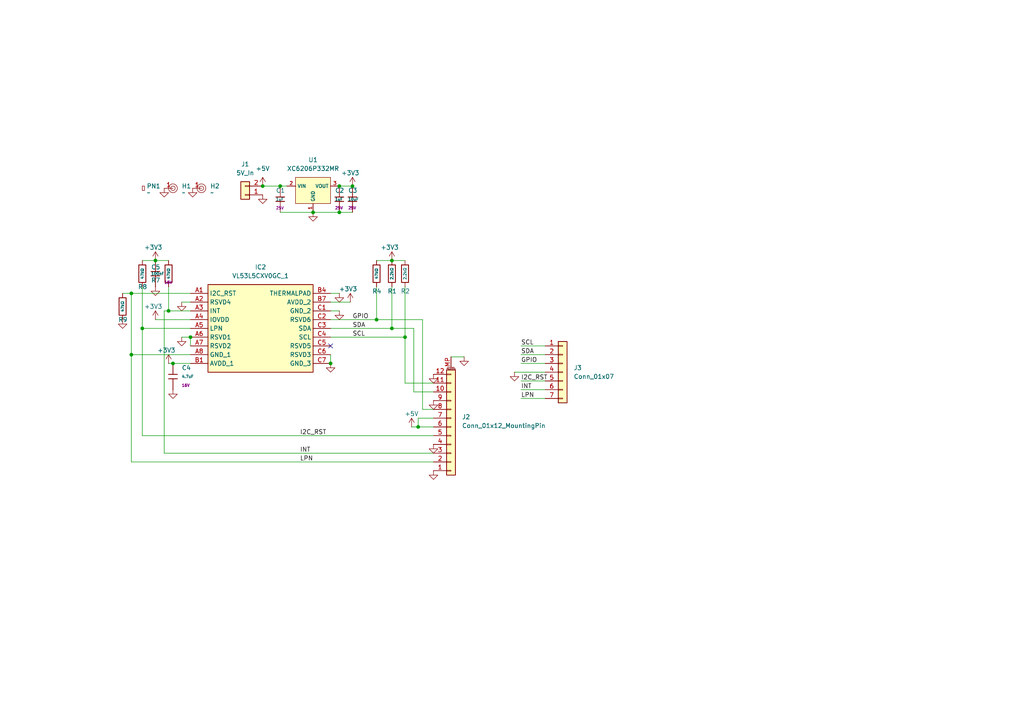
<source format=kicad_sch>
(kicad_sch (version 20250114) (generator "eeschema") (generator_version "9.0")
  (paper "A4")
  (lib_symbols
    (symbol "Connector_Generic:Conn_01x02" (pin_names (offset 1.016) (hide yes))
      (property "Reference" "J" (at 0 2.54 0))
      (property "Value" "Conn_01x02" (at 0 -5.08 0))
      (symbol "Conn_01x02_1_1"
        (rectangle (start -1.27 1.27) (end 1.27 -3.81) (stroke (width 0.254)) (fill (type background)))
        (rectangle (start -1.27 0.127) (end 0 -0.127) (stroke (width 0.1524)))
        (rectangle (start -1.27 -2.413) (end 0 -2.667) (stroke (width 0.1524)))
        (pin passive line (at -5.08 0 0) (length 3.81) (name "Pin_1") (number "1"))
        (pin passive line (at -5.08 -2.54 0) (length 3.81) (name "Pin_2") (number "2"))
      )
    )
    (symbol "Connector_Generic:Conn_01x07" (pin_names (offset 1.016) (hide yes))
      (property "Reference" "J" (at 0 10.16 0))
      (property "Value" "Conn_01x07" (at 0 -10.16 0))
      (symbol "Conn_01x07_1_1"
        (rectangle (start -1.27 8.89) (end 1.27 -8.89) (stroke (width 0.254)) (fill (type background)))
        (rectangle (start -1.27 7.747) (end 0 7.493) (stroke (width 0.1524)))
        (rectangle (start -1.27 5.207) (end 0 4.953) (stroke (width 0.1524)))
        (rectangle (start -1.27 2.667) (end 0 2.413) (stroke (width 0.1524)))
        (rectangle (start -1.27 0.127) (end 0 -0.127) (stroke (width 0.1524)))
        (rectangle (start -1.27 -2.413) (end 0 -2.667) (stroke (width 0.1524)))
        (rectangle (start -1.27 -4.953) (end 0 -5.207) (stroke (width 0.1524)))
        (rectangle (start -1.27 -7.493) (end 0 -7.747) (stroke (width 0.1524)))
        (pin passive line (at -5.08 7.62 0) (length 3.81) (name "Pin_1") (number "1"))
        (pin passive line (at -5.08 5.08 0) (length 3.81) (name "Pin_2") (number "2"))
        (pin passive line (at -5.08 2.54 0) (length 3.81) (name "Pin_3") (number "3"))
        (pin passive line (at -5.08 0 0) (length 3.81) (name "Pin_4") (number "4"))
        (pin passive line (at -5.08 -2.54 0) (length 3.81) (name "Pin_5") (number "5"))
        (pin passive line (at -5.08 -5.08 0) (length 3.81) (name "Pin_6") (number "6"))
        (pin passive line (at -5.08 -7.62 0) (length 3.81) (name "Pin_7") (number "7"))
      )
    )
    (symbol "Connector_Generic_MountingPin:Conn_01x12_MountingPin" (pin_names (offset 1.016) (hide yes))
      (property "Reference" "J" (at 0 15.24 0))
      (property "Value" "Conn_01x12_MountingPin" (at 1.27 -17.78 0))
      (symbol "Conn_01x12_MountingPin_1_1"
        (rectangle (start -1.27 13.97) (end 1.27 -16.51) (stroke (width 0.254)) (fill (type background)))
        (rectangle (start -1.27 12.827) (end 0 12.573) (stroke (width 0.1524)))
        (rectangle (start -1.27 10.287) (end 0 10.033) (stroke (width 0.1524)))
        (rectangle (start -1.27 7.747) (end 0 7.493) (stroke (width 0.1524)))
        (rectangle (start -1.27 5.207) (end 0 4.953) (stroke (width 0.1524)))
        (rectangle (start -1.27 2.667) (end 0 2.413) (stroke (width 0.1524)))
        (rectangle (start -1.27 0.127) (end 0 -0.127) (stroke (width 0.1524)))
        (rectangle (start -1.27 -2.413) (end 0 -2.667) (stroke (width 0.1524)))
        (rectangle (start -1.27 -4.953) (end 0 -5.207) (stroke (width 0.1524)))
        (rectangle (start -1.27 -7.493) (end 0 -7.747) (stroke (width 0.1524)))
        (rectangle (start -1.27 -10.033) (end 0 -10.287) (stroke (width 0.1524)))
        (rectangle (start -1.27 -12.573) (end 0 -12.827) (stroke (width 0.1524)))
        (rectangle (start -1.27 -15.113) (end 0 -15.367) (stroke (width 0.1524)))
        (polyline (pts (xy -1.016 -17.272) (xy 1.016 -17.272)) (stroke (width 0.1524)))
        (text "Mounting" (at 0 -16.891 0) (effects (font (size 0.381 0.381))))
        (pin passive line (at -5.08 12.7 0) (length 3.81) (name "Pin_1") (number "1"))
        (pin passive line (at -5.08 10.16 0) (length 3.81) (name "Pin_2") (number "2"))
        (pin passive line (at -5.08 7.62 0) (length 3.81) (name "Pin_3") (number "3"))
        (pin passive line (at -5.08 5.08 0) (length 3.81) (name "Pin_4") (number "4"))
        (pin passive line (at -5.08 2.54 0) (length 3.81) (name "Pin_5") (number "5"))
        (pin passive line (at -5.08 0 0) (length 3.81) (name "Pin_6") (number "6"))
        (pin passive line (at -5.08 -2.54 0) (length 3.81) (name "Pin_7") (number "7"))
        (pin passive line (at -5.08 -5.08 0) (length 3.81) (name "Pin_8") (number "8"))
        (pin passive line (at -5.08 -7.62 0) (length 3.81) (name "Pin_9") (number "9"))
        (pin passive line (at -5.08 -10.16 0) (length 3.81) (name "Pin_10") (number "10"))
        (pin passive line (at -5.08 -12.7 0) (length 3.81) (name "Pin_11") (number "11"))
        (pin passive line (at -5.08 -15.24 0) (length 3.81) (name "Pin_12") (number "12"))
        (pin passive line (at 0 -20.32 90) (length 3.048) (name "MountPin") (number "MP"))
      )
    )
    (symbol "PCM_JLCPCB-Capacitors:0402,100nF" (pin_numbers (hide yes)) (pin_names (offset 0))
      (property "Reference" "C" (at 2.032 1.668 0))
      (property "Value" "100nF" (at 2.032 -0.3782 0))
      (property "Voltage Rated" "16V" (at 2.032 -2.0462 0))
      (symbol "0402,100nF_0_1"
        (polyline (pts (xy -1.27 0.635) (xy 1.27 0.635)) (stroke (width 0.254)))
        (polyline (pts (xy -1.27 -0.635) (xy 1.27 -0.635)) (stroke (width 0.254)))
      )
      (symbol "0402,100nF_1_1"
        (pin passive line (at 0 3.81 270) (length 3.175) (name "~") (number "1"))
        (pin passive line (at 0 -3.81 90) (length 3.175) (name "~") (number "2"))
      )
    )
    (symbol "PCM_JLCPCB-Capacitors:0402,1uF" (pin_numbers (hide yes)) (pin_names (offset 0))
      (property "Reference" "C" (at 2.032 1.668 0))
      (property "Value" "1uF" (at 2.032 -0.3782 0))
      (property "Voltage Rated" "25V" (at 2.032 -2.0462 0))
      (symbol "0402,1uF_0_1"
        (polyline (pts (xy -1.27 0.635) (xy 1.27 0.635)) (stroke (width 0.254)))
        (polyline (pts (xy -1.27 -0.635) (xy 1.27 -0.635)) (stroke (width 0.254)))
      )
      (symbol "0402,1uF_1_1"
        (pin passive line (at 0 3.81 270) (length 3.175) (name "~") (number "1"))
        (pin passive line (at 0 -3.81 90) (length 3.175) (name "~") (number "2"))
      )
    )
    (symbol "PCM_JLCPCB-Capacitors:0603,10uF,(2)" (pin_numbers (hide yes)) (pin_names (offset 0))
      (property "Reference" "C" (at 2.032 1.668 0))
      (property "Value" "10uF" (at 2.032 -0.3782 0))
      (property "Voltage Rated" "25V" (at 2.032 -2.0462 0))
      (symbol "0603,10uF,(2)_0_1"
        (polyline (pts (xy -1.27 0.635) (xy 1.27 0.635)) (stroke (width 0.254)))
        (polyline (pts (xy -1.27 -0.635) (xy 1.27 -0.635)) (stroke (width 0.254)))
      )
      (symbol "0603,10uF,(2)_1_1"
        (pin passive line (at 0 3.81 270) (length 3.175) (name "~") (number "1"))
        (pin passive line (at 0 -3.81 90) (length 3.175) (name "~") (number "2"))
      )
    )
    (symbol "PCM_JLCPCB-Capacitors:0603,4.7uF" (pin_numbers (hide yes)) (pin_names (offset 0))
      (property "Reference" "C" (at 2.032 1.668 0))
      (property "Value" "4.7uF" (at 2.032 -0.3782 0))
      (property "Voltage Rated" "16V" (at 2.032 -2.0462 0))
      (symbol "0603,4.7uF_0_1"
        (polyline (pts (xy -1.27 0.635) (xy 1.27 0.635)) (stroke (width 0.254)))
        (polyline (pts (xy -1.27 -0.635) (xy 1.27 -0.635)) (stroke (width 0.254)))
      )
      (symbol "0603,4.7uF_1_1"
        (pin passive line (at 0 3.81 270) (length 3.175) (name "~") (number "1"))
        (pin passive line (at 0 -3.81 90) (length 3.175) (name "~") (number "2"))
      )
    )
    (symbol "PCM_JLCPCB-Manufacturing:Mounting Hole, 3mm, Via Stiched"
      (property "Reference" "H" (at 2.286 0 0))
      (symbol "Mounting Hole, 3mm, Via Stiched_0_1"
        (circle (center 0 0) (radius 0.635))
        (circle (center 0 0) (radius 1.27))
      )
      (symbol "Mounting Hole, 3mm, Via Stiched_1_1"
        (pin passive line (at -2.54 0 0) (length 2.54) (name "") (number "1"))
      )
    )
    (symbol "PCM_JLCPCB-Manufacturing:Part Number, PCM_JLCPCB, 0.8x0.15mm"
      (property "Reference" "PN" (at 2.286 0 0))
      (symbol "Part Number, PCM_JLCPCB, 0.8x0.15mm_0_1"
        (rectangle (start 0 0.635) (end 0.635 -0.635))
      )
    )
    (symbol "PCM_JLCPCB-Power:LDO, 3.3V, 0.2A"
      (property "Reference" "U" (at 0 8.89 0))
      (property "Value" "XC6206P332MR" (at 0 6.35 0))
      (symbol "LDO, 3.3V, 0.2A_0_1"
        (rectangle (start -5.08 5.08) (end 5.08 -2.54) (fill (type background)))
      )
      (symbol "LDO, 3.3V, 0.2A_1_1"
        (pin unspecified line (at -7.62 2.54 0) (length 2.56) (name "VIN") (number "2"))
        (pin unspecified line (at 0 -5.08 90) (length 2.56) (name "GND") (number "1"))
        (pin unspecified line (at 7.62 2.54 180) (length 2.56) (name "VOUT") (number "3"))
      )
    )
    (symbol "PCM_JLCPCB-Resistors:0402,2.2kΩ" (pin_numbers (hide yes)) (pin_names (offset 0))
      (property "Reference" "R" (at 1.778 0 0))
      (property "Value" "2.2kΩ" (at 0 0 90))
      (symbol "0402,2.2kΩ_0_1"
        (rectangle (start -1.016 2.54) (end 1.016 -2.54) (stroke (width 0.254)))
      )
      (symbol "0402,2.2kΩ_1_1"
        (pin passive line (at 0 3.81 270) (length 1.27) (name "~") (number "1"))
        (pin passive line (at 0 -3.81 90) (length 1.27) (name "~") (number "2"))
      )
    )
    (symbol "PCM_JLCPCB-Resistors:0402,47kΩ" (pin_numbers (hide yes)) (pin_names (offset 0))
      (property "Reference" "R" (at 1.778 0 0))
      (property "Value" "47kΩ" (at 0 0 90))
      (symbol "0402,47kΩ_0_1"
        (rectangle (start -1.016 2.54) (end 1.016 -2.54) (stroke (width 0.254)))
      )
      (symbol "0402,47kΩ_1_1"
        (pin passive line (at 0 3.81 270) (length 1.27) (name "~") (number "1"))
        (pin passive line (at 0 -3.81 90) (length 1.27) (name "~") (number "2"))
      )
    )
    (symbol "SwiftModules:VL53L5CXV0GC_1"
      (property "Reference" "IC" (at 36.83 7.62 0))
      (property "Value" "VL53L5CXV0GC_1" (at 36.83 5.08 0))
      (symbol "VL53L5CXV0GC_1_1_1"
        (rectangle (start 5.08 2.54) (end 35.56 -22.86) (stroke (width 0.254)) (fill (type background)))
        (pin passive line (at 0 0 0) (length 5.08) (name "I2C_RST") (number "A1"))
        (pin passive line (at 0 -2.54 0) (length 5.08) (name "RSVD4") (number "A2"))
        (pin passive line (at 0 -5.08 0) (length 5.08) (name "INT") (number "A3"))
        (pin passive line (at 0 -7.62 0) (length 5.08) (name "IOVDD") (number "A4"))
        (pin passive line (at 0 -10.16 0) (length 5.08) (name "LPN") (number "A5"))
        (pin passive line (at 0 -12.7 0) (length 5.08) (name "RSVD1") (number "A6"))
        (pin passive line (at 0 -15.24 0) (length 5.08) (name "RSVD2") (number "A7"))
        (pin passive line (at 0 -17.78 0) (length 5.08) (name "GND_1") (number "A8"))
        (pin passive line (at 0 -20.32 0) (length 5.08) (name "AVDD_1") (number "B1"))
        (pin passive line (at 40.64 0 180) (length 5.08) (name "THERMALPAD") (number "B4"))
        (pin passive line (at 40.64 -2.54 180) (length 5.08) (name "AVDD_2") (number "B7"))
        (pin passive line (at 40.64 -5.08 180) (length 5.08) (name "GND_2") (number "C1"))
        (pin passive line (at 40.64 -7.62 180) (length 5.08) (name "RSVD6") (number "C2"))
        (pin passive line (at 40.64 -10.16 180) (length 5.08) (name "SDA") (number "C3"))
        (pin passive line (at 40.64 -12.7 180) (length 5.08) (name "SCL") (number "C4"))
        (pin passive line (at 40.64 -15.24 180) (length 5.08) (name "RSVD5") (number "C5"))
        (pin passive line (at 40.64 -17.78 180) (length 5.08) (name "RSVD3") (number "C6"))
        (pin passive line (at 40.64 -20.32 180) (length 5.08) (name "GND_3") (number "C7"))
      )
    )
    (symbol "power:+3V3" (power) (pin_numbers (hide yes)) (pin_names (offset 0) (hide yes))
      (property "Value" "+3V3" (at 0 3.556 0))
      (symbol "+3V3_0_1"
        (polyline (pts (xy -0.762 1.27) (xy 0 2.54)))
        (polyline (pts (xy 0 2.54) (xy 0.762 1.27)))
        (polyline (pts (xy 0 0) (xy 0 2.54)))
      )
      (symbol "+3V3_1_1"
        (pin power_in line (at 0 0 90) (length 0) (name "~") (number "1"))
      )
    )
    (symbol "power:+5V" (power) (pin_numbers (hide yes)) (pin_names (offset 0) (hide yes))
      (property "Value" "+5V" (at 0 3.556 0))
      (symbol "+5V_0_1"
        (polyline (pts (xy -0.762 1.27) (xy 0 2.54)))
        (polyline (pts (xy 0 2.54) (xy 0.762 1.27)))
        (polyline (pts (xy 0 0) (xy 0 2.54)))
      )
      (symbol "+5V_1_1"
        (pin power_in line (at 0 0 90) (length 0) (name "~") (number "1"))
      )
    )
    (symbol "power:GND" (power) (pin_numbers (hide yes)) (pin_names (offset 0) (hide yes))
      (property "Value" "GND" (at 0 -3.81 0))
      (symbol "GND_0_1"
        (polyline (pts (xy 0 0) (xy 0 -1.27) (xy 1.27 -1.27) (xy 0 -2.54) (xy -1.27 -1.27) (xy 0 -1.27)))
      )
      (symbol "GND_1_1"
        (pin power_in line (at 0 0 270) (length 0) (name "~") (number "1"))
      )
    )
  )
  (junction (at 38.1 102.87))
  (junction (at 113.665 95.25))
  (junction (at 55.245 97.79))
  (junction (at 98.425 53.975))
  (junction (at 76.2 53.975))
  (junction (at 117.475 97.79))
  (junction (at 41.275 95.25))
  (junction (at 50.165 105.41))
  (junction (at 95.885 105.41))
  (junction (at 109.22 92.71))
  (junction (at 121.285 123.825))
  (junction (at 98.425 61.595))
  (junction (at 113.665 75.565))
  (junction (at 81.28 53.975))
  (junction (at 38.1 85.09))
  (junction (at 45.085 75.565))
  (junction (at 48.895 90.17))
  (junction (at 90.805 61.595))
  (junction (at 102.235 53.975))
  (no_connect (at 95.885 100.33))
  (wire (pts (xy 98.425 90.17) (xy 95.885 90.17)))
  (wire (pts (xy 45.085 75.565) (xy 48.895 75.565)))
  (wire (pts (xy 52.705 87.63) (xy 55.245 87.63)))
  (wire (pts (xy 48.895 83.185) (xy 48.895 90.17)))
  (wire (pts (xy 122.555 118.745) (xy 125.73 118.745)))
  (wire (pts (xy 38.1 102.87) (xy 55.245 102.87)))
  (wire (pts (xy 109.22 92.71) (xy 122.555 92.71)))
  (wire (pts (xy 113.665 95.25) (xy 113.665 83.185)))
  (wire (pts (xy 95.885 105.41) (xy 95.885 102.87)))
  (wire (pts (xy 121.285 121.285) (xy 125.73 121.285)))
  (wire (pts (xy 38.1 85.09) (xy 55.245 85.09)))
  (wire (pts (xy 41.275 95.25) (xy 55.245 95.25)))
  (wire (pts (xy 113.665 95.25) (xy 120.015 95.25)))
  (wire (pts (xy 125.73 111.125) (xy 117.475 111.125)))
  (wire (pts (xy 41.275 83.185) (xy 41.275 95.25)))
  (wire (pts (xy 55.245 100.33) (xy 55.245 97.79)))
  (wire (pts (xy 151.13 115.57) (xy 158.115 115.57)))
  (wire (pts (xy 117.475 75.565) (xy 113.665 75.565)))
  (wire (pts (xy 95.885 97.79) (xy 117.475 97.79)))
  (wire (pts (xy 151.13 113.03) (xy 158.115 113.03)))
  (wire (pts (xy 120.015 113.665) (xy 125.73 113.665)))
  (wire (pts (xy 38.1 133.985) (xy 125.73 133.985)))
  (wire (pts (xy 81.28 53.975) (xy 83.185 53.975)))
  (wire (pts (xy 98.425 61.595) (xy 90.805 61.595)))
  (wire (pts (xy 41.275 75.565) (xy 45.085 75.565)))
  (wire (pts (xy 121.285 121.285) (xy 121.285 123.825)))
  (wire (pts (xy 47.625 131.445) (xy 125.73 131.445)))
  (wire (pts (xy 95.885 92.71) (xy 109.22 92.71)))
  (wire (pts (xy 95.885 95.25) (xy 113.665 95.25)))
  (wire (pts (xy 45.085 92.71) (xy 55.245 92.71)))
  (wire (pts (xy 151.13 105.41) (xy 158.115 105.41)))
  (wire (pts (xy 76.2 53.975) (xy 81.28 53.975)))
  (wire (pts (xy 121.285 123.825) (xy 125.73 123.825)))
  (wire (pts (xy 41.275 126.365) (xy 41.275 95.25)))
  (wire (pts (xy 117.475 97.79) (xy 117.475 83.185)))
  (wire (pts (xy 151.13 100.33) (xy 158.115 100.33)))
  (wire (pts (xy 109.22 92.71) (xy 109.22 83.185)))
  (wire (pts (xy 38.1 85.09) (xy 38.1 102.87)))
  (wire (pts (xy 149.225 107.95) (xy 158.115 107.95)))
  (wire (pts (xy 52.705 97.79) (xy 55.245 97.79)))
  (wire (pts (xy 35.56 85.09) (xy 38.1 85.09)))
  (wire (pts (xy 122.555 92.71) (xy 122.555 118.745)))
  (wire (pts (xy 98.425 61.595) (xy 102.235 61.595)))
  (wire (pts (xy 48.895 90.17) (xy 55.245 90.17)))
  (wire (pts (xy 119.38 123.825) (xy 121.285 123.825)))
  (wire (pts (xy 151.13 102.87) (xy 158.115 102.87)))
  (wire (pts (xy 48.895 105.41) (xy 50.165 105.41)))
  (wire (pts (xy 98.425 53.975) (xy 102.235 53.975)))
  (wire (pts (xy 120.015 95.25) (xy 120.015 113.665)))
  (wire (pts (xy 113.665 75.565) (xy 109.22 75.565)))
  (wire (pts (xy 38.1 102.87) (xy 38.1 133.985)))
  (wire (pts (xy 134.62 103.505) (xy 130.81 103.505)))
  (wire (pts (xy 90.805 61.595) (xy 81.28 61.595)))
  (wire (pts (xy 98.425 85.09) (xy 95.885 85.09)))
  (wire (pts (xy 151.13 110.49) (xy 158.115 110.49)))
  (wire (pts (xy 47.625 90.17) (xy 47.625 131.445)))
  (wire (pts (xy 117.475 111.125) (xy 117.475 97.79)))
  (wire (pts (xy 125.73 126.365) (xy 41.275 126.365)))
  (wire (pts (xy 50.165 105.41) (xy 55.245 105.41)))
  (wire (pts (xy 48.895 90.17) (xy 47.625 90.17)))
  (wire (pts (xy 101.6 87.63) (xy 95.885 87.63)))
  (label "INT" (at 151.13 113.03 0))
  (label "LPN" (at 151.13 115.57 0))
  (label "I2C_RST" (at 151.13 110.49 0))
  (label "SDA" (at 102.235 95.25 0))
  (label "SCL" (at 151.13 100.33 0))
  (label "INT" (at 86.995 131.445 0))
  (label "LPN" (at 86.995 133.985 0))
  (label "SDA" (at 151.13 102.87 0))
  (label "GPIO" (at 102.235 92.71 0))
  (label "I2C_RST" (at 86.995 126.365 0))
  (label "GPIO" (at 151.13 105.41 0))
  (label "SCL" (at 102.235 97.79 0))
  (symbol (lib_id "power:GND") (at 47.625 54.61 0) (unit 1)
    (property "Reference" "#PWR01" (effects (hide yes)))
    (property "Value" "GND" (effects (hide yes)))
    (property "Description" "Power symbol creates a global label with name \"GND\" , ground" (effects (hide yes)))
  )
  (symbol (lib_id "PCM_JLCPCB-Resistors:0402,2.2kΩ") (at 113.665 79.375 0) (unit 1)
    (property "Reference" "R1" (at 112.395 84.455 0) (effects (justify left)))
    (property "Value" "2.2kΩ" (at 113.665 79.375 90) (effects (font (size 0.8 0.8))))
    (property "Footprint" "PCM_JLCPCB:R_0402" (effects (hide yes)))
    (property "Datasheet" "https://www.lcsc.com/datasheet/lcsc_datasheet_2206010045_UNI-ROYAL-Uniroyal-Elec-0402WGF2201TCE_C25879.pdf" (effects (hide yes)))
    (property "Description" "62.5mW Thick Film Resistors 50V ±100ppm/°C ±1% 2.2kΩ 0402 Chip Resistor - Surface Mount ROHS" (effects (hide yes)))
    (property "LCSC" "C25879" (effects (hide yes)))
    (property "Stock" "903036" (effects (hide yes)))
    (property "Price" "0.004USD" (effects (hide yes)))
    (property "Process" "SMT" (effects (hide yes)))
    (property "Minimum Qty" "20" (effects (hide yes)))
    (property "Attrition Qty" "10" (effects (hide yes)))
    (property "Class" "Basic Component" (effects (hide yes)))
    (property "Category" "Resistors,Chip Resistor - Surface Mount" (effects (hide yes)))
    (property "Manufacturer" "UNI-ROYAL(Uniroyal Elec)" (effects (hide yes)))
    (property "Part" "0402WGF2201TCE" (effects (hide yes)))
    (property "Resistance" "2.2kΩ" (effects (hide yes)))
    (property "Power(Watts)" "62.5mW" (effects (hide yes)))
    (property "Type" "Thick Film Resistors" (effects (hide yes)))
    (property "Overload Voltage (Max)" "50V" (effects (hide yes)))
    (property "Operating Temperature Range" "-55°C~+155°C" (effects (hide yes)))
    (property "Tolerance" "±1%" (effects (hide yes)))
    (property "Temperature Coefficient" "±100ppm/°C" (effects (hide yes)))
  )
  (symbol (lib_id "power:+3V3") (at 101.6 87.63 0) (unit 1)
    (property "Reference" "#PWR038" (effects (hide yes)))
    (property "Value" "+3V3" (at 100.965 83.82 0))
    (property "Description" "Power symbol creates a global label with name \"+3V3\"" (effects (hide yes)))
  )
  (symbol (lib_id "power:GND") (at 134.62 103.505 0) (unit 1)
    (property "Reference" "#PWR032" (effects (hide yes)))
    (property "Value" "GND" (effects (hide yes)))
    (property "Description" "Power symbol creates a global label with name \"GND\" , ground" (effects (hide yes)))
  )
  (symbol (lib_id "power:GND") (at 50.165 113.03 0) (unit 1)
    (property "Reference" "#PWR045" (effects (hide yes)))
    (property "Value" "GND" (effects (hide yes)))
    (property "Description" "Power symbol creates a global label with name \"GND\" , ground" (effects (hide yes)))
  )
  (symbol (lib_id "power:GND") (at 52.705 87.63 0) (unit 1)
    (property "Reference" "#PWR037" (effects (hide yes)))
    (property "Value" "GND" (effects (hide yes)))
    (property "Description" "Power symbol creates a global label with name \"GND\" , ground" (effects (hide yes)))
  )
  (symbol (lib_id "power:GND") (at 90.805 61.595 0) (unit 1)
    (property "Reference" "#PWR010" (effects (hide yes)))
    (property "Value" "GND" (effects (hide yes)))
    (property "Description" "Power symbol creates a global label with name \"GND\" , ground" (effects (hide yes)))
  )
  (symbol (lib_id "PCM_JLCPCB-Resistors:0402,47kΩ") (at 35.56 88.9 0) (unit 1)
    (property "Reference" "R9" (at 34.29 92.71 0) (effects (justify left)))
    (property "Value" "47kΩ" (at 35.56 88.9 90) (effects (font (size 0.8 0.8))))
    (property "Footprint" "PCM_JLCPCB:R_0402" (effects (hide yes)))
    (property "Datasheet" "https://www.lcsc.com/datasheet/lcsc_datasheet_2206010100_UNI-ROYAL-Uniroyal-Elec-0402WGF4702TCE_C25792.pdf" (effects (hide yes)))
    (property "Description" "62.5mW Thick Film Resistors 50V ±100ppm/°C ±1% 47kΩ 0402 Chip Resistor - Surface Mount ROHS" (effects (hide yes)))
    (property "LCSC" "C25792" (effects (hide yes)))
    (property "Stock" "1796042" (effects (hide yes)))
    (property "Price" "0.004USD" (effects (hide yes)))
    (property "Process" "SMT" (effects (hide yes)))
    (property "Minimum Qty" "20" (effects (hide yes)))
    (property "Attrition Qty" "10" (effects (hide yes)))
    (property "Class" "Basic Component" (effects (hide yes)))
    (property "Category" "Resistors,Chip Resistor - Surface Mount" (effects (hide yes)))
    (property "Manufacturer" "UNI-ROYAL(Uniroyal Elec)" (effects (hide yes)))
    (property "Part" "0402WGF4702TCE" (effects (hide yes)))
    (property "Resistance" "47kΩ" (effects (hide yes)))
    (property "Power(Watts)" "62.5mW" (effects (hide yes)))
    (property "Type" "Thick Film Resistors" (effects (hide yes)))
    (property "Overload Voltage (Max)" "50V" (effects (hide yes)))
    (property "Operating Temperature Range" "-55°C~+155°C" (effects (hide yes)))
    (property "Tolerance" "±1%" (effects (hide yes)))
    (property "Temperature Coefficient" "±100ppm/°C" (effects (hide yes)))
  )
  (symbol (lib_id "power:GND") (at 95.885 105.41 0) (unit 1)
    (property "Reference" "#PWR034" (effects (hide yes)))
    (property "Value" "GND" (effects (hide yes)))
    (property "Description" "Power symbol creates a global label with name \"GND\" , ground" (effects (hide yes)))
  )
  (symbol (lib_id "Connector_Generic_MountingPin:Conn_01x12_MountingPin") (at 130.81 123.825 0) (mirror x) (unit 1)
    (property "Reference" "J2" (at 133.985 120.9293 0) (effects (justify left)))
    (property "Value" "Conn_01x12_MountingPin" (at 133.985 123.4693 0) (effects (justify left)))
    (property "Footprint" "Connector_FFC-FPC:Hirose_FH12-12S-0.5SH_1x12-1MP_P0.50mm_Horizontal" (effects (hide yes)))
    (property "Description" "Generic connectable mounting pin connector, single row, 01x12, script generated (kicad-library-utils/schlib/autogen/connector/)" (effects (hide yes)))
    (property "LCSC" "C88360" (effects (hide yes)))
  )
  (symbol (lib_id "power:+3V3") (at 45.085 92.71 0) (unit 1)
    (property "Reference" "#PWR042" (effects (hide yes)))
    (property "Value" "+3V3" (at 44.45 88.9 0))
    (property "Description" "Power symbol creates a global label with name \"+3V3\"" (effects (hide yes)))
  )
  (symbol (lib_id "power:GND") (at 52.705 97.79 0) (unit 1)
    (property "Reference" "#PWR035" (effects (hide yes)))
    (property "Value" "GND" (effects (hide yes)))
    (property "Description" "Power symbol creates a global label with name \"GND\" , ground" (effects (hide yes)))
  )
  (symbol (lib_id "PCM_JLCPCB-Resistors:0402,47kΩ") (at 41.275 79.375 0) (unit 1)
    (property "Reference" "R8" (at 40.005 83.185 0) (effects (justify left)))
    (property "Value" "47kΩ" (at 41.275 79.375 90) (effects (font (size 0.8 0.8))))
    (property "Footprint" "PCM_JLCPCB:R_0402" (effects (hide yes)))
    (property "Datasheet" "https://www.lcsc.com/datasheet/lcsc_datasheet_2206010100_UNI-ROYAL-Uniroyal-Elec-0402WGF4702TCE_C25792.pdf" (effects (hide yes)))
    (property "Description" "62.5mW Thick Film Resistors 50V ±100ppm/°C ±1% 47kΩ 0402 Chip Resistor - Surface Mount ROHS" (effects (hide yes)))
    (property "LCSC" "C25792" (effects (hide yes)))
    (property "Stock" "1796042" (effects (hide yes)))
    (property "Price" "0.004USD" (effects (hide yes)))
    (property "Process" "SMT" (effects (hide yes)))
    (property "Minimum Qty" "20" (effects (hide yes)))
    (property "Attrition Qty" "10" (effects (hide yes)))
    (property "Class" "Basic Component" (effects (hide yes)))
    (property "Category" "Resistors,Chip Resistor - Surface Mount" (effects (hide yes)))
    (property "Manufacturer" "UNI-ROYAL(Uniroyal Elec)" (effects (hide yes)))
    (property "Part" "0402WGF4702TCE" (effects (hide yes)))
    (property "Resistance" "47kΩ" (effects (hide yes)))
    (property "Power(Watts)" "62.5mW" (effects (hide yes)))
    (property "Type" "Thick Film Resistors" (effects (hide yes)))
    (property "Overload Voltage (Max)" "50V" (effects (hide yes)))
    (property "Operating Temperature Range" "-55°C~+155°C" (effects (hide yes)))
    (property "Tolerance" "±1%" (effects (hide yes)))
    (property "Temperature Coefficient" "±100ppm/°C" (effects (hide yes)))
  )
  (symbol (lib_id "power:GND") (at 35.56 92.71 0) (unit 1)
    (property "Reference" "#PWR029" (effects (hide yes)))
    (property "Value" "GND" (effects (hide yes)))
    (property "Description" "Power symbol creates a global label with name \"GND\" , ground" (effects (hide yes)))
  )
  (symbol (lib_id "power:GND") (at 55.88 54.61 0) (unit 1)
    (property "Reference" "#PWR02" (effects (hide yes)))
    (property "Value" "GND" (effects (hide yes)))
    (property "Description" "Power symbol creates a global label with name \"GND\" , ground" (effects (hide yes)))
  )
  (symbol (lib_id "SwiftModules:VL53L5CXV0GC_1") (at 55.245 85.09 0) (unit 1)
    (property "Reference" "IC2" (at 75.565 77.47 0))
    (property "Value" "VL53L5CXV0GC_1" (at 75.565 80.01 0))
    (property "Footprint" "VL53L5CXV0GC1" (effects (hide yes)))
    (property "Datasheet" "https://www.arrow.com/en/products/vl53l5cxv0gc1/stmicroelectronics?region=nac" (effects (hide yes)))
    (property "Description" "Proximity Sensors Time-of-Flight 8x8 multizone ranging sensor with wide field of view" (effects (hide yes)))
    (property "Height" "1.55" (effects (hide yes)))
    (property "Mouser Part Number" "511-VL53L5CXV0GC/1" (effects (hide yes)))
    (property "Mouser Price/Stock" "https://www.mouser.co.uk/ProductDetail/STMicroelectronics/VL53L5CXV0GC-1?qs=QNEnbhJQKvZPmRJw6ASPyw%3D%3D" (effects (hide yes)))
    (property "Manufacturer_Name" "STMicroelectronics" (effects (hide yes)))
    (property "Manufacturer_Part_Number" "VL53L5CXV0GC/1" (effects (hide yes)))
  )
  (symbol (lib_id "PCM_JLCPCB-Power:LDO, 3.3V, 0.2A") (at 90.805 56.515 0) (unit 1)
    (property "Reference" "U1" (at 90.805 46.355 0))
    (property "Value" "XC6206P332MR" (at 90.805 48.895 0))
    (property "Footprint" "PCM_JLCPCB:SOT-23-3_L2.9-W1.6-P1.90-LS2.8-BR" (effects (hide yes)))
    (property "Datasheet" "https://www.lcsc.com/datasheet/lcsc_datasheet_2304140030_Torex-Semicon-XC6206P332MR-G_C5446.pdf" (effects (hide yes)))
    (property "Description" "200mA Fixed 3.3V Positive electrode 6V SOT-23-3L Voltage Regulators - Linear, Low Drop Out (LDO) Regulators ROHS" (effects (hide yes)))
    (property "LCSC" "C5446" (effects (hide yes)))
    (property "Stock" "403960" (effects (hide yes)))
    (property "Price" "0.093USD" (effects (hide yes)))
    (property "Process" "SMT" (effects (hide yes)))
    (property "Minimum Qty" "5" (effects (hide yes)))
    (property "Attrition Qty" "2" (effects (hide yes)))
    (property "Class" "Basic Component" (effects (hide yes)))
    (property "Category" "Power Management ICs,Linear Voltage Regulators (LDO)" (effects (hide yes)))
    (property "Manufacturer" "Torex Semicon" (effects (hide yes)))
    (property "Part" "XC6206P332MR-G" (effects (hide yes)))
    (property "Number Of Outputs" "1" (effects (hide yes)))
    (property "Output Voltage" "3.3V" (effects (hide yes)))
    (property "Dropout Voltage" "680mV@(100mA)" (effects (hide yes)))
    (property "Output Current" "200mA" (effects (hide yes)))
    (property "Output Type" "Fixed" (effects (hide yes)))
    (property "Maximum Input Voltage" "6V" (effects (hide yes)))
    (property "Output Polarity" "Positive electrode" (effects (hide yes)))
    (property "Feature" "Low ESR;Overcurrent Protection(OCP)" (effects (hide yes)))
  )
  (symbol (lib_id "PCM_JLCPCB-Manufacturing:Mounting Hole, 3mm, Via Stiched") (at 58.42 54.61 0) (unit 1)
    (property "Reference" "H2" (at 60.96 53.9749 0) (effects (justify left)))
    (property "Value" "~" (at 60.96 55.88 0) (effects (justify left)))
    (property "Footprint" "PCM_JLCPCB:Hole, 3mm" (effects (hide yes)))
  )
  (symbol (lib_id "Connector_Generic:Conn_01x02") (at 71.12 56.515 180) (unit 1)
    (property "Reference" "J1" (at 71.12 47.625 0))
    (property "Value" "5V_In" (at 71.12 50.165 0))
    (property "Footprint" "Connector_JST:JST_XH_B2B-XH-A_1x02_P2.50mm_Vertical" (effects (hide yes)))
    (property "Description" "Generic connector, single row, 01x02, script generated (kicad-library-utils/schlib/autogen/connector/)" (effects (hide yes)))
  )
  (symbol (lib_id "PCM_JLCPCB-Capacitors:0603,10uF,(2)") (at 102.235 57.785 0) (unit 1)
    (property "Reference" "C3" (at 100.965 55.2449 0) (effects (justify left)))
    (property "Value" "10uF" (at 100.965 57.785 0) (effects (font (size 0.8 0.8)) (justify left)))
    (property "Footprint" "PCM_JLCPCB:C_0603" (effects (hide yes)))
    (property "Datasheet" "https://www.lcsc.com/datasheet/lcsc_datasheet_2304140030_Samsung-Electro-Mechanics-CL10A106MA8NRNC_C96446.pdf" (effects (hide yes)))
    (property "Description" "25V 10uF X5R ±20% 0603 Multilayer Ceramic Capacitors MLCC - SMD/SMT ROHS" (effects (hide yes)))
    (property "LCSC" "C96446" (effects (hide yes)))
    (property "Stock" "4331263" (effects (hide yes)))
    (property "Price" "0.017USD" (effects (hide yes)))
    (property "Process" "SMT" (effects (hide yes)))
    (property "Minimum Qty" "20" (effects (hide yes)))
    (property "Attrition Qty" "8" (effects (hide yes)))
    (property "Class" "Basic Component" (effects (hide yes)))
    (property "Category" "Capacitors,Multilayer Ceramic Capacitors MLCC - SMD/SMT" (effects (hide yes)))
    (property "Manufacturer" "Samsung Electro-Mechanics" (effects (hide yes)))
    (property "Part" "CL10A106MA8NRNC" (effects (hide yes)))
    (property "Voltage Rated" "25V" (at 100.965 60.325 0) (effects (font (size 0.8 0.8)) (justify left)))
    (property "Tolerance" "±20%" (effects (hide yes)))
    (property "Capacitance" "10uF" (effects (hide yes)))
    (property "Temperature Coefficient" "X5R" (effects (hide yes)))
  )
  (symbol (lib_id "PCM_JLCPCB-Capacitors:0402,1uF") (at 81.28 57.785 0) (unit 1)
    (property "Reference" "C1" (at 80.01 55.2449 0) (effects (justify left)))
    (property "Value" "1uF" (at 80.01 57.785 0) (effects (font (size 0.8 0.8)) (justify left)))
    (property "Footprint" "PCM_JLCPCB:C_0402" (effects (hide yes)))
    (property "Datasheet" "https://www.lcsc.com/datasheet/lcsc_datasheet_2304140030_Samsung-Electro-Mechanics-CL05A105KA5NQNC_C52923.pdf" (effects (hide yes)))
    (property "Description" "25V 1uF X5R ±10% 0402 Multilayer Ceramic Capacitors MLCC - SMD/SMT ROHS" (effects (hide yes)))
    (property "LCSC" "C52923" (effects (hide yes)))
    (property "Stock" "7796525" (effects (hide yes)))
    (property "Price" "0.006USD" (effects (hide yes)))
    (property "Process" "SMT" (effects (hide yes)))
    (property "Minimum Qty" "20" (effects (hide yes)))
    (property "Attrition Qty" "10" (effects (hide yes)))
    (property "Class" "Basic Component" (effects (hide yes)))
    (property "Category" "Capacitors,Multilayer Ceramic Capacitors MLCC - SMD/SMT" (effects (hide yes)))
    (property "Manufacturer" "Samsung Electro-Mechanics" (effects (hide yes)))
    (property "Part" "CL05A105KA5NQNC" (effects (hide yes)))
    (property "Voltage Rated" "25V" (at 80.01 60.325 0) (effects (font (size 0.8 0.8)) (justify left)))
    (property "Tolerance" "±10%" (effects (hide yes)))
    (property "Capacitance" "1uF" (effects (hide yes)))
    (property "Temperature Coefficient" "X5R" (effects (hide yes)))
  )
  (symbol (lib_id "PCM_JLCPCB-Resistors:0402,2.2kΩ") (at 117.475 79.375 0) (unit 1)
    (property "Reference" "R2" (at 116.205 84.455 0) (effects (justify left)))
    (property "Value" "2.2kΩ" (at 117.475 79.375 90) (effects (font (size 0.8 0.8))))
    (property "Footprint" "PCM_JLCPCB:R_0402" (effects (hide yes)))
    (property "Datasheet" "https://www.lcsc.com/datasheet/lcsc_datasheet_2206010045_UNI-ROYAL-Uniroyal-Elec-0402WGF2201TCE_C25879.pdf" (effects (hide yes)))
    (property "Description" "62.5mW Thick Film Resistors 50V ±100ppm/°C ±1% 2.2kΩ 0402 Chip Resistor - Surface Mount ROHS" (effects (hide yes)))
    (property "LCSC" "C25879" (effects (hide yes)))
    (property "Stock" "903036" (effects (hide yes)))
    (property "Price" "0.004USD" (effects (hide yes)))
    (property "Process" "SMT" (effects (hide yes)))
    (property "Minimum Qty" "20" (effects (hide yes)))
    (property "Attrition Qty" "10" (effects (hide yes)))
    (property "Class" "Basic Component" (effects (hide yes)))
    (property "Category" "Resistors,Chip Resistor - Surface Mount" (effects (hide yes)))
    (property "Manufacturer" "UNI-ROYAL(Uniroyal Elec)" (effects (hide yes)))
    (property "Part" "0402WGF2201TCE" (effects (hide yes)))
    (property "Resistance" "2.2kΩ" (effects (hide yes)))
    (property "Power(Watts)" "62.5mW" (effects (hide yes)))
    (property "Type" "Thick Film Resistors" (effects (hide yes)))
    (property "Overload Voltage (Max)" "50V" (effects (hide yes)))
    (property "Operating Temperature Range" "-55°C~+155°C" (effects (hide yes)))
    (property "Tolerance" "±1%" (effects (hide yes)))
    (property "Temperature Coefficient" "±100ppm/°C" (effects (hide yes)))
  )
  (symbol (lib_id "power:GND") (at 98.425 85.09 0) (unit 1)
    (property "Reference" "#PWR041" (effects (hide yes)))
    (property "Value" "GND" (effects (hide yes)))
    (property "Description" "Power symbol creates a global label with name \"GND\" , ground" (effects (hide yes)))
  )
  (symbol (lib_id "PCM_JLCPCB-Manufacturing:Mounting Hole, 3mm, Via Stiched") (at 50.165 54.61 0) (unit 1)
    (property "Reference" "H1" (at 52.705 53.9749 0) (effects (justify left)))
    (property "Value" "~" (at 52.705 55.88 0) (effects (justify left)))
    (property "Footprint" "PCM_JLCPCB:Hole, 3mm" (effects (hide yes)))
  )
  (symbol (lib_id "power:+3V3") (at 113.665 75.565 0) (unit 1)
    (property "Reference" "#PWR040" (effects (hide yes)))
    (property "Value" "+3V3" (at 113.03 71.755 0))
    (property "Description" "Power symbol creates a global label with name \"+3V3\"" (effects (hide yes)))
  )
  (symbol (lib_id "power:GND") (at 45.085 83.185 0) (unit 1)
    (property "Reference" "#PWR046" (effects (hide yes)))
    (property "Value" "GND" (effects (hide yes)))
    (property "Description" "Power symbol creates a global label with name \"GND\" , ground" (effects (hide yes)))
  )
  (symbol (lib_id "power:GND") (at 76.2 56.515 0) (unit 1)
    (property "Reference" "#PWR07" (effects (hide yes)))
    (property "Value" "GND" (effects (hide yes)))
    (property "Description" "Power symbol creates a global label with name \"GND\" , ground" (effects (hide yes)))
  )
  (symbol (lib_id "Connector_Generic:Conn_01x07") (at 163.195 107.95 0) (unit 1)
    (property "Reference" "J3" (at 166.37 106.6799 0) (effects (justify left)))
    (property "Value" "Conn_01x07" (at 166.37 109.2199 0) (effects (justify left)))
    (property "Footprint" "Connector_PinHeader_1.00mm:PinHeader_1x07_P1.00mm_Vertical" (effects (hide yes)))
    (property "Description" "Generic connector, single row, 01x07, script generated (kicad-library-utils/schlib/autogen/connector/)" (effects (hide yes)))
  )
  (symbol (lib_id "PCM_JLCPCB-Resistors:0402,47kΩ") (at 109.22 79.375 0) (unit 1)
    (property "Reference" "R4" (at 107.95 84.455 0) (effects (justify left)))
    (property "Value" "47kΩ" (at 109.22 79.375 90) (effects (font (size 0.8 0.8))))
    (property "Footprint" "PCM_JLCPCB:R_0402" (effects (hide yes)))
    (property "Datasheet" "https://www.lcsc.com/datasheet/lcsc_datasheet_2206010100_UNI-ROYAL-Uniroyal-Elec-0402WGF4702TCE_C25792.pdf" (effects (hide yes)))
    (property "Description" "62.5mW Thick Film Resistors 50V ±100ppm/°C ±1% 47kΩ 0402 Chip Resistor - Surface Mount ROHS" (effects (hide yes)))
    (property "LCSC" "C25792" (effects (hide yes)))
    (property "Stock" "1796042" (effects (hide yes)))
    (property "Price" "0.004USD" (effects (hide yes)))
    (property "Process" "SMT" (effects (hide yes)))
    (property "Minimum Qty" "20" (effects (hide yes)))
    (property "Attrition Qty" "10" (effects (hide yes)))
    (property "Class" "Basic Component" (effects (hide yes)))
    (property "Category" "Resistors,Chip Resistor - Surface Mount" (effects (hide yes)))
    (property "Manufacturer" "UNI-ROYAL(Uniroyal Elec)" (effects (hide yes)))
    (property "Part" "0402WGF4702TCE" (effects (hide yes)))
    (property "Resistance" "47kΩ" (effects (hide yes)))
    (property "Power(Watts)" "62.5mW" (effects (hide yes)))
    (property "Type" "Thick Film Resistors" (effects (hide yes)))
    (property "Overload Voltage (Max)" "50V" (effects (hide yes)))
    (property "Operating Temperature Range" "-55°C~+155°C" (effects (hide yes)))
    (property "Tolerance" "±1%" (effects (hide yes)))
    (property "Temperature Coefficient" "±100ppm/°C" (effects (hide yes)))
  )
  (symbol (lib_id "PCM_JLCPCB-Capacitors:0603,4.7uF") (at 50.165 109.22 0) (unit 1)
    (property "Reference" "C4" (at 52.705 106.6799 0) (effects (justify left)))
    (property "Value" "4.7uF" (at 52.705 109.22 0) (effects (font (size 0.8 0.8)) (justify left)))
    (property "Footprint" "PCM_JLCPCB:C_0603" (effects (hide yes)))
    (property "Datasheet" "https://www.lcsc.com/datasheet/lcsc_datasheet_2304140030_Samsung-Electro-Mechanics-CL10A475KO8NNNC_C19666.pdf" (effects (hide yes)))
    (property "Description" "16V 4.7uF X5R ±10% 0603 Multilayer Ceramic Capacitors MLCC - SMD/SMT ROHS" (effects (hide yes)))
    (property "LCSC" "C19666" (effects (hide yes)))
    (property "Stock" "2453279" (effects (hide yes)))
    (property "Price" "0.013USD" (effects (hide yes)))
    (property "Process" "SMT" (effects (hide yes)))
    (property "Minimum Qty" "20" (effects (hide yes)))
    (property "Attrition Qty" "10" (effects (hide yes)))
    (property "Class" "Basic Component" (effects (hide yes)))
    (property "Category" "Capacitors,Multilayer Ceramic Capacitors MLCC - SMD/SMT" (effects (hide yes)))
    (property "Manufacturer" "Samsung Electro-Mechanics" (effects (hide yes)))
    (property "Part" "CL10A475KO8NNNC" (effects (hide yes)))
    (property "Voltage Rated" "16V" (at 52.705 111.76 0) (effects (font (size 0.8 0.8)) (justify left)))
    (property "Tolerance" "±10%" (effects (hide yes)))
    (property "Capacitance" "4.7uF" (effects (hide yes)))
    (property "Temperature Coefficient" "X5R" (effects (hide yes)))
  )
  (symbol (lib_id "power:GND") (at 125.73 136.525 0) (unit 1)
    (property "Reference" "#PWR027" (effects (hide yes)))
    (property "Value" "GND" (effects (hide yes)))
    (property "Description" "Power symbol creates a global label with name \"GND\" , ground" (effects (hide yes)))
  )
  (symbol (lib_id "power:+5V") (at 119.38 123.825 0) (unit 1)
    (property "Reference" "#PWR09" (effects (hide yes)))
    (property "Value" "+5V" (at 119.38 120.015 0))
    (property "Description" "Power symbol creates a global label with name \"+5V\"" (effects (hide yes)))
  )
  (symbol (lib_id "PCM_JLCPCB-Resistors:0402,47kΩ") (at 48.895 79.375 0) (unit 1)
    (property "Reference" "R7" (at 43.815 81.28 0) (effects (justify left)))
    (property "Value" "47kΩ" (at 48.895 79.375 90) (effects (font (size 0.8 0.8))))
    (property "Footprint" "PCM_JLCPCB:R_0402" (effects (hide yes)))
    (property "Datasheet" "https://www.lcsc.com/datasheet/lcsc_datasheet_2206010100_UNI-ROYAL-Uniroyal-Elec-0402WGF4702TCE_C25792.pdf" (effects (hide yes)))
    (property "Description" "62.5mW Thick Film Resistors 50V ±100ppm/°C ±1% 47kΩ 0402 Chip Resistor - Surface Mount ROHS" (effects (hide yes)))
    (property "LCSC" "C25792" (effects (hide yes)))
    (property "Stock" "1796042" (effects (hide yes)))
    (property "Price" "0.004USD" (effects (hide yes)))
    (property "Process" "SMT" (effects (hide yes)))
    (property "Minimum Qty" "20" (effects (hide yes)))
    (property "Attrition Qty" "10" (effects (hide yes)))
    (property "Class" "Basic Component" (effects (hide yes)))
    (property "Category" "Resistors,Chip Resistor - Surface Mount" (effects (hide yes)))
    (property "Manufacturer" "UNI-ROYAL(Uniroyal Elec)" (effects (hide yes)))
    (property "Part" "0402WGF4702TCE" (effects (hide yes)))
    (property "Resistance" "47kΩ" (effects (hide yes)))
    (property "Power(Watts)" "62.5mW" (effects (hide yes)))
    (property "Type" "Thick Film Resistors" (effects (hide yes)))
    (property "Overload Voltage (Max)" "50V" (effects (hide yes)))
    (property "Operating Temperature Range" "-55°C~+155°C" (effects (hide yes)))
    (property "Tolerance" "±1%" (effects (hide yes)))
    (property "Temperature Coefficient" "±100ppm/°C" (effects (hide yes)))
  )
  (symbol (lib_id "power:GND") (at 125.73 116.205 0) (unit 1)
    (property "Reference" "#PWR030" (effects (hide yes)))
    (property "Value" "GND" (effects (hide yes)))
    (property "Description" "Power symbol creates a global label with name \"GND\" , ground" (effects (hide yes)))
  )
  (symbol (lib_id "power:+3V3") (at 48.895 105.41 0) (unit 1)
    (property "Reference" "#PWR043" (effects (hide yes)))
    (property "Value" "+3V3" (at 48.26 101.6 0))
    (property "Description" "Power symbol creates a global label with name \"+3V3\"" (effects (hide yes)))
  )
  (symbol (lib_id "power:GND") (at 125.73 128.905 0) (unit 1)
    (property "Reference" "#PWR028" (effects (hide yes)))
    (property "Value" "GND" (effects (hide yes)))
    (property "Description" "Power symbol creates a global label with name \"GND\" , ground" (effects (hide yes)))
  )
  (symbol (lib_id "PCM_JLCPCB-Capacitors:0402,1uF") (at 98.425 57.785 0) (unit 1)
    (property "Reference" "C2" (at 97.155 55.2449 0) (effects (justify left)))
    (property "Value" "1uF" (at 97.155 57.785 0) (effects (font (size 0.8 0.8)) (justify left)))
    (property "Footprint" "PCM_JLCPCB:C_0402" (effects (hide yes)))
    (property "Datasheet" "https://www.lcsc.com/datasheet/lcsc_datasheet_2304140030_Samsung-Electro-Mechanics-CL05A105KA5NQNC_C52923.pdf" (effects (hide yes)))
    (property "Description" "25V 1uF X5R ±10% 0402 Multilayer Ceramic Capacitors MLCC - SMD/SMT ROHS" (effects (hide yes)))
    (property "LCSC" "C52923" (effects (hide yes)))
    (property "Stock" "7796525" (effects (hide yes)))
    (property "Price" "0.006USD" (effects (hide yes)))
    (property "Process" "SMT" (effects (hide yes)))
    (property "Minimum Qty" "20" (effects (hide yes)))
    (property "Attrition Qty" "10" (effects (hide yes)))
    (property "Class" "Basic Component" (effects (hide yes)))
    (property "Category" "Capacitors,Multilayer Ceramic Capacitors MLCC - SMD/SMT" (effects (hide yes)))
    (property "Manufacturer" "Samsung Electro-Mechanics" (effects (hide yes)))
    (property "Part" "CL05A105KA5NQNC" (effects (hide yes)))
    (property "Voltage Rated" "25V" (at 97.155 60.325 0) (effects (font (size 0.8 0.8)) (justify left)))
    (property "Tolerance" "±10%" (effects (hide yes)))
    (property "Capacitance" "1uF" (effects (hide yes)))
    (property "Temperature Coefficient" "X5R" (effects (hide yes)))
  )
  (symbol (lib_id "power:GND") (at 125.73 108.585 0) (unit 1)
    (property "Reference" "#PWR022" (effects (hide yes)))
    (property "Value" "GND" (effects (hide yes)))
    (property "Description" "Power symbol creates a global label with name \"GND\" , ground" (effects (hide yes)))
  )
  (symbol (lib_id "PCM_JLCPCB-Manufacturing:Part Number, PCM_JLCPCB, 0.8x0.15mm") (at 41.275 54.61 0) (unit 1)
    (property "Reference" "PN1" (at 42.545 53.9749 0) (effects (justify left)))
    (property "Value" "~" (at 42.545 55.88 0) (effects (justify left)))
    (property "Footprint" "PCM_JLCPCB:Part_Num_JLCPCB" (effects (hide yes)))
    (property "Datasheet" "https://jlcpcb.com/help/article/How-to-remove-order-number-from-your-PCB" (effects (hide yes)))
    (property "Description" "To indicate the location, simply add the text \"JLCJLCJLCJLC\" to the silk layer and select the \"Specify a location\" option when placing your order. Please note that if this option is not chosen, we may not notice that you have added the text.   Note: Use only \"JLCJLCJLCJLC\" without any additional characters. The font size should be larger than 0.8mm in height and 0.15mm in width." (effects (hide yes)))
  )
  (symbol (lib_id "power:+3V3") (at 102.235 53.975 0) (unit 1)
    (property "Reference" "#PWR06" (effects (hide yes)))
    (property "Value" "+3V3" (at 101.6 50.165 0))
    (property "Description" "Power symbol creates a global label with name \"+3V3\"" (effects (hide yes)))
  )
  (symbol (lib_id "power:+3V3") (at 45.085 75.565 0) (unit 1)
    (property "Reference" "#PWR044" (effects (hide yes)))
    (property "Value" "+3V3" (at 44.45 71.755 0))
    (property "Description" "Power symbol creates a global label with name \"+3V3\"" (effects (hide yes)))
  )
  (symbol (lib_id "power:GND") (at 98.425 90.17 0) (unit 1)
    (property "Reference" "#PWR039" (effects (hide yes)))
    (property "Value" "GND" (effects (hide yes)))
    (property "Description" "Power symbol creates a global label with name \"GND\" , ground" (effects (hide yes)))
  )
  (symbol (lib_id "PCM_JLCPCB-Capacitors:0402,100nF") (at 45.085 79.375 0) (unit 1)
    (property "Reference" "C5" (at 43.815 77.47 0) (effects (justify left)))
    (property "Value" "100nF" (at 43.815 79.375 0) (effects (font (size 0.8 0.8)) (justify left)))
    (property "Footprint" "PCM_JLCPCB:C_0402" (effects (hide yes)))
    (property "Datasheet" "https://www.lcsc.com/datasheet/lcsc_datasheet_2304140030_Samsung-Electro-Mechanics-CL05B104KO5NNNC_C1525.pdf" (effects (hide yes)))
    (property "Description" "16V 100nF X7R ±10% 0402 Multilayer Ceramic Capacitors MLCC - SMD/SMT ROHS" (effects (hide yes)))
    (property "LCSC" "C1525" (effects (hide yes)))
    (property "Stock" "13104064" (effects (hide yes)))
    (property "Price" "0.004USD" (effects (hide yes)))
    (property "Process" "SMT" (effects (hide yes)))
    (property "Minimum Qty" "20" (effects (hide yes)))
    (property "Attrition Qty" "10" (effects (hide yes)))
    (property "Class" "Basic Component" (effects (hide yes)))
    (property "Category" "Capacitors,Multilayer Ceramic Capacitors MLCC - SMD/SMT" (effects (hide yes)))
    (property "Manufacturer" "Samsung Electro-Mechanics" (effects (hide yes)))
    (property "Part" "CL05B104KO5NNNC" (effects (hide yes)))
    (property "Voltage Rated" "16V" (at 47.625 81.915 0) (effects (font (size 0.8 0.8)) (justify left)))
    (property "Tolerance" "±10%" (effects (hide yes)))
    (property "Capacitance" "100nF" (effects (hide yes)))
    (property "Temperature Coefficient" "X7R" (effects (hide yes)))
  )
  (symbol (lib_id "power:GND") (at 149.225 107.95 0) (unit 1)
    (property "Reference" "#PWR023" (effects (hide yes)))
    (property "Value" "GND" (effects (hide yes)))
    (property "Description" "Power symbol creates a global label with name \"GND\" , ground" (effects (hide yes)))
  )
  (symbol (lib_id "power:+5V") (at 76.2 53.975 0) (unit 1)
    (property "Reference" "#PWR05" (effects (hide yes)))
    (property "Value" "+5V" (at 76.2 48.895 0))
    (property "Description" "Power symbol creates a global label with name \"+5V\"" (effects (hide yes)))
  )
)
</source>
